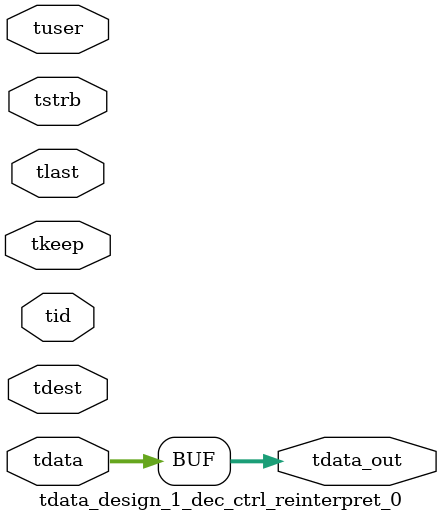
<source format=v>


`timescale 1ps/1ps

module tdata_design_1_dec_ctrl_reinterpret_0 #
(
parameter C_S_AXIS_TDATA_WIDTH = 32,
parameter C_S_AXIS_TUSER_WIDTH = 0,
parameter C_S_AXIS_TID_WIDTH   = 0,
parameter C_S_AXIS_TDEST_WIDTH = 0,
parameter C_M_AXIS_TDATA_WIDTH = 32
)
(
input  [(C_S_AXIS_TDATA_WIDTH == 0 ? 1 : C_S_AXIS_TDATA_WIDTH)-1:0     ] tdata,
input  [(C_S_AXIS_TUSER_WIDTH == 0 ? 1 : C_S_AXIS_TUSER_WIDTH)-1:0     ] tuser,
input  [(C_S_AXIS_TID_WIDTH   == 0 ? 1 : C_S_AXIS_TID_WIDTH)-1:0       ] tid,
input  [(C_S_AXIS_TDEST_WIDTH == 0 ? 1 : C_S_AXIS_TDEST_WIDTH)-1:0     ] tdest,
input  [(C_S_AXIS_TDATA_WIDTH/8)-1:0 ] tkeep,
input  [(C_S_AXIS_TDATA_WIDTH/8)-1:0 ] tstrb,
input                                                                    tlast,
output [C_M_AXIS_TDATA_WIDTH-1:0] tdata_out
);

assign tdata_out = {tdata[31:0]};

endmodule


</source>
